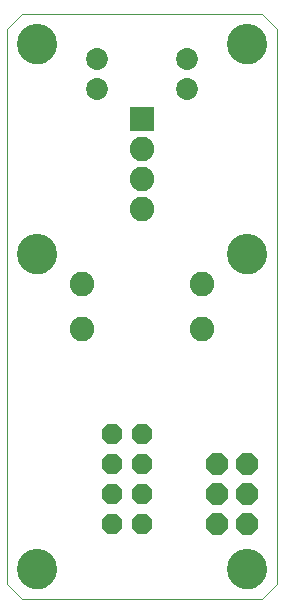
<source format=gts>
G75*
G70*
%OFA0B0*%
%FSLAX24Y24*%
%IPPOS*%
%LPD*%
%AMOC8*
5,1,8,0,0,1.08239X$1,22.5*
%
%ADD10C,0.0000*%
%ADD11C,0.1340*%
%ADD12OC8,0.0680*%
%ADD13OC8,0.0720*%
%ADD14C,0.0820*%
%ADD15C,0.0730*%
%ADD16R,0.0820X0.0820*%
D10*
X001675Y001175D02*
X001175Y001675D01*
X001175Y020175D01*
X001675Y020675D01*
X009675Y020675D01*
X010175Y020175D01*
X010175Y001675D01*
X009675Y001175D01*
X001675Y001175D01*
X001545Y002175D02*
X001547Y002225D01*
X001553Y002275D01*
X001563Y002324D01*
X001577Y002372D01*
X001594Y002419D01*
X001615Y002464D01*
X001640Y002508D01*
X001668Y002549D01*
X001700Y002588D01*
X001734Y002625D01*
X001771Y002659D01*
X001811Y002689D01*
X001853Y002716D01*
X001897Y002740D01*
X001943Y002761D01*
X001990Y002777D01*
X002038Y002790D01*
X002088Y002799D01*
X002137Y002804D01*
X002188Y002805D01*
X002238Y002802D01*
X002287Y002795D01*
X002336Y002784D01*
X002384Y002769D01*
X002430Y002751D01*
X002475Y002729D01*
X002518Y002703D01*
X002559Y002674D01*
X002598Y002642D01*
X002634Y002607D01*
X002666Y002569D01*
X002696Y002529D01*
X002723Y002486D01*
X002746Y002442D01*
X002765Y002396D01*
X002781Y002348D01*
X002793Y002299D01*
X002801Y002250D01*
X002805Y002200D01*
X002805Y002150D01*
X002801Y002100D01*
X002793Y002051D01*
X002781Y002002D01*
X002765Y001954D01*
X002746Y001908D01*
X002723Y001864D01*
X002696Y001821D01*
X002666Y001781D01*
X002634Y001743D01*
X002598Y001708D01*
X002559Y001676D01*
X002518Y001647D01*
X002475Y001621D01*
X002430Y001599D01*
X002384Y001581D01*
X002336Y001566D01*
X002287Y001555D01*
X002238Y001548D01*
X002188Y001545D01*
X002137Y001546D01*
X002088Y001551D01*
X002038Y001560D01*
X001990Y001573D01*
X001943Y001589D01*
X001897Y001610D01*
X001853Y001634D01*
X001811Y001661D01*
X001771Y001691D01*
X001734Y001725D01*
X001700Y001762D01*
X001668Y001801D01*
X001640Y001842D01*
X001615Y001886D01*
X001594Y001931D01*
X001577Y001978D01*
X001563Y002026D01*
X001553Y002075D01*
X001547Y002125D01*
X001545Y002175D01*
X001545Y012675D02*
X001547Y012725D01*
X001553Y012775D01*
X001563Y012824D01*
X001577Y012872D01*
X001594Y012919D01*
X001615Y012964D01*
X001640Y013008D01*
X001668Y013049D01*
X001700Y013088D01*
X001734Y013125D01*
X001771Y013159D01*
X001811Y013189D01*
X001853Y013216D01*
X001897Y013240D01*
X001943Y013261D01*
X001990Y013277D01*
X002038Y013290D01*
X002088Y013299D01*
X002137Y013304D01*
X002188Y013305D01*
X002238Y013302D01*
X002287Y013295D01*
X002336Y013284D01*
X002384Y013269D01*
X002430Y013251D01*
X002475Y013229D01*
X002518Y013203D01*
X002559Y013174D01*
X002598Y013142D01*
X002634Y013107D01*
X002666Y013069D01*
X002696Y013029D01*
X002723Y012986D01*
X002746Y012942D01*
X002765Y012896D01*
X002781Y012848D01*
X002793Y012799D01*
X002801Y012750D01*
X002805Y012700D01*
X002805Y012650D01*
X002801Y012600D01*
X002793Y012551D01*
X002781Y012502D01*
X002765Y012454D01*
X002746Y012408D01*
X002723Y012364D01*
X002696Y012321D01*
X002666Y012281D01*
X002634Y012243D01*
X002598Y012208D01*
X002559Y012176D01*
X002518Y012147D01*
X002475Y012121D01*
X002430Y012099D01*
X002384Y012081D01*
X002336Y012066D01*
X002287Y012055D01*
X002238Y012048D01*
X002188Y012045D01*
X002137Y012046D01*
X002088Y012051D01*
X002038Y012060D01*
X001990Y012073D01*
X001943Y012089D01*
X001897Y012110D01*
X001853Y012134D01*
X001811Y012161D01*
X001771Y012191D01*
X001734Y012225D01*
X001700Y012262D01*
X001668Y012301D01*
X001640Y012342D01*
X001615Y012386D01*
X001594Y012431D01*
X001577Y012478D01*
X001563Y012526D01*
X001553Y012575D01*
X001547Y012625D01*
X001545Y012675D01*
X001545Y019675D02*
X001547Y019725D01*
X001553Y019775D01*
X001563Y019824D01*
X001577Y019872D01*
X001594Y019919D01*
X001615Y019964D01*
X001640Y020008D01*
X001668Y020049D01*
X001700Y020088D01*
X001734Y020125D01*
X001771Y020159D01*
X001811Y020189D01*
X001853Y020216D01*
X001897Y020240D01*
X001943Y020261D01*
X001990Y020277D01*
X002038Y020290D01*
X002088Y020299D01*
X002137Y020304D01*
X002188Y020305D01*
X002238Y020302D01*
X002287Y020295D01*
X002336Y020284D01*
X002384Y020269D01*
X002430Y020251D01*
X002475Y020229D01*
X002518Y020203D01*
X002559Y020174D01*
X002598Y020142D01*
X002634Y020107D01*
X002666Y020069D01*
X002696Y020029D01*
X002723Y019986D01*
X002746Y019942D01*
X002765Y019896D01*
X002781Y019848D01*
X002793Y019799D01*
X002801Y019750D01*
X002805Y019700D01*
X002805Y019650D01*
X002801Y019600D01*
X002793Y019551D01*
X002781Y019502D01*
X002765Y019454D01*
X002746Y019408D01*
X002723Y019364D01*
X002696Y019321D01*
X002666Y019281D01*
X002634Y019243D01*
X002598Y019208D01*
X002559Y019176D01*
X002518Y019147D01*
X002475Y019121D01*
X002430Y019099D01*
X002384Y019081D01*
X002336Y019066D01*
X002287Y019055D01*
X002238Y019048D01*
X002188Y019045D01*
X002137Y019046D01*
X002088Y019051D01*
X002038Y019060D01*
X001990Y019073D01*
X001943Y019089D01*
X001897Y019110D01*
X001853Y019134D01*
X001811Y019161D01*
X001771Y019191D01*
X001734Y019225D01*
X001700Y019262D01*
X001668Y019301D01*
X001640Y019342D01*
X001615Y019386D01*
X001594Y019431D01*
X001577Y019478D01*
X001563Y019526D01*
X001553Y019575D01*
X001547Y019625D01*
X001545Y019675D01*
X008545Y019675D02*
X008547Y019725D01*
X008553Y019775D01*
X008563Y019824D01*
X008577Y019872D01*
X008594Y019919D01*
X008615Y019964D01*
X008640Y020008D01*
X008668Y020049D01*
X008700Y020088D01*
X008734Y020125D01*
X008771Y020159D01*
X008811Y020189D01*
X008853Y020216D01*
X008897Y020240D01*
X008943Y020261D01*
X008990Y020277D01*
X009038Y020290D01*
X009088Y020299D01*
X009137Y020304D01*
X009188Y020305D01*
X009238Y020302D01*
X009287Y020295D01*
X009336Y020284D01*
X009384Y020269D01*
X009430Y020251D01*
X009475Y020229D01*
X009518Y020203D01*
X009559Y020174D01*
X009598Y020142D01*
X009634Y020107D01*
X009666Y020069D01*
X009696Y020029D01*
X009723Y019986D01*
X009746Y019942D01*
X009765Y019896D01*
X009781Y019848D01*
X009793Y019799D01*
X009801Y019750D01*
X009805Y019700D01*
X009805Y019650D01*
X009801Y019600D01*
X009793Y019551D01*
X009781Y019502D01*
X009765Y019454D01*
X009746Y019408D01*
X009723Y019364D01*
X009696Y019321D01*
X009666Y019281D01*
X009634Y019243D01*
X009598Y019208D01*
X009559Y019176D01*
X009518Y019147D01*
X009475Y019121D01*
X009430Y019099D01*
X009384Y019081D01*
X009336Y019066D01*
X009287Y019055D01*
X009238Y019048D01*
X009188Y019045D01*
X009137Y019046D01*
X009088Y019051D01*
X009038Y019060D01*
X008990Y019073D01*
X008943Y019089D01*
X008897Y019110D01*
X008853Y019134D01*
X008811Y019161D01*
X008771Y019191D01*
X008734Y019225D01*
X008700Y019262D01*
X008668Y019301D01*
X008640Y019342D01*
X008615Y019386D01*
X008594Y019431D01*
X008577Y019478D01*
X008563Y019526D01*
X008553Y019575D01*
X008547Y019625D01*
X008545Y019675D01*
X008545Y012675D02*
X008547Y012725D01*
X008553Y012775D01*
X008563Y012824D01*
X008577Y012872D01*
X008594Y012919D01*
X008615Y012964D01*
X008640Y013008D01*
X008668Y013049D01*
X008700Y013088D01*
X008734Y013125D01*
X008771Y013159D01*
X008811Y013189D01*
X008853Y013216D01*
X008897Y013240D01*
X008943Y013261D01*
X008990Y013277D01*
X009038Y013290D01*
X009088Y013299D01*
X009137Y013304D01*
X009188Y013305D01*
X009238Y013302D01*
X009287Y013295D01*
X009336Y013284D01*
X009384Y013269D01*
X009430Y013251D01*
X009475Y013229D01*
X009518Y013203D01*
X009559Y013174D01*
X009598Y013142D01*
X009634Y013107D01*
X009666Y013069D01*
X009696Y013029D01*
X009723Y012986D01*
X009746Y012942D01*
X009765Y012896D01*
X009781Y012848D01*
X009793Y012799D01*
X009801Y012750D01*
X009805Y012700D01*
X009805Y012650D01*
X009801Y012600D01*
X009793Y012551D01*
X009781Y012502D01*
X009765Y012454D01*
X009746Y012408D01*
X009723Y012364D01*
X009696Y012321D01*
X009666Y012281D01*
X009634Y012243D01*
X009598Y012208D01*
X009559Y012176D01*
X009518Y012147D01*
X009475Y012121D01*
X009430Y012099D01*
X009384Y012081D01*
X009336Y012066D01*
X009287Y012055D01*
X009238Y012048D01*
X009188Y012045D01*
X009137Y012046D01*
X009088Y012051D01*
X009038Y012060D01*
X008990Y012073D01*
X008943Y012089D01*
X008897Y012110D01*
X008853Y012134D01*
X008811Y012161D01*
X008771Y012191D01*
X008734Y012225D01*
X008700Y012262D01*
X008668Y012301D01*
X008640Y012342D01*
X008615Y012386D01*
X008594Y012431D01*
X008577Y012478D01*
X008563Y012526D01*
X008553Y012575D01*
X008547Y012625D01*
X008545Y012675D01*
X008545Y002175D02*
X008547Y002225D01*
X008553Y002275D01*
X008563Y002324D01*
X008577Y002372D01*
X008594Y002419D01*
X008615Y002464D01*
X008640Y002508D01*
X008668Y002549D01*
X008700Y002588D01*
X008734Y002625D01*
X008771Y002659D01*
X008811Y002689D01*
X008853Y002716D01*
X008897Y002740D01*
X008943Y002761D01*
X008990Y002777D01*
X009038Y002790D01*
X009088Y002799D01*
X009137Y002804D01*
X009188Y002805D01*
X009238Y002802D01*
X009287Y002795D01*
X009336Y002784D01*
X009384Y002769D01*
X009430Y002751D01*
X009475Y002729D01*
X009518Y002703D01*
X009559Y002674D01*
X009598Y002642D01*
X009634Y002607D01*
X009666Y002569D01*
X009696Y002529D01*
X009723Y002486D01*
X009746Y002442D01*
X009765Y002396D01*
X009781Y002348D01*
X009793Y002299D01*
X009801Y002250D01*
X009805Y002200D01*
X009805Y002150D01*
X009801Y002100D01*
X009793Y002051D01*
X009781Y002002D01*
X009765Y001954D01*
X009746Y001908D01*
X009723Y001864D01*
X009696Y001821D01*
X009666Y001781D01*
X009634Y001743D01*
X009598Y001708D01*
X009559Y001676D01*
X009518Y001647D01*
X009475Y001621D01*
X009430Y001599D01*
X009384Y001581D01*
X009336Y001566D01*
X009287Y001555D01*
X009238Y001548D01*
X009188Y001545D01*
X009137Y001546D01*
X009088Y001551D01*
X009038Y001560D01*
X008990Y001573D01*
X008943Y001589D01*
X008897Y001610D01*
X008853Y001634D01*
X008811Y001661D01*
X008771Y001691D01*
X008734Y001725D01*
X008700Y001762D01*
X008668Y001801D01*
X008640Y001842D01*
X008615Y001886D01*
X008594Y001931D01*
X008577Y001978D01*
X008563Y002026D01*
X008553Y002075D01*
X008547Y002125D01*
X008545Y002175D01*
D11*
X009175Y002175D03*
X009175Y012675D03*
X009175Y019675D03*
X002175Y019675D03*
X002175Y012675D03*
X002175Y002175D03*
D12*
X004675Y003675D03*
X004675Y004675D03*
X004675Y005675D03*
X004675Y006675D03*
X005675Y006675D03*
X005675Y005675D03*
X005675Y004675D03*
X005675Y003675D03*
D13*
X008175Y003675D03*
X008175Y004675D03*
X008175Y005675D03*
X009175Y005675D03*
X009175Y004675D03*
X009175Y003675D03*
D14*
X007675Y010175D03*
X007675Y011675D03*
X005675Y014175D03*
X005675Y015175D03*
X005675Y016175D03*
X003675Y011675D03*
X003675Y010175D03*
D15*
X004175Y018175D03*
X004175Y019175D03*
X007175Y019175D03*
X007175Y018175D03*
D16*
X005675Y017175D03*
M02*

</source>
